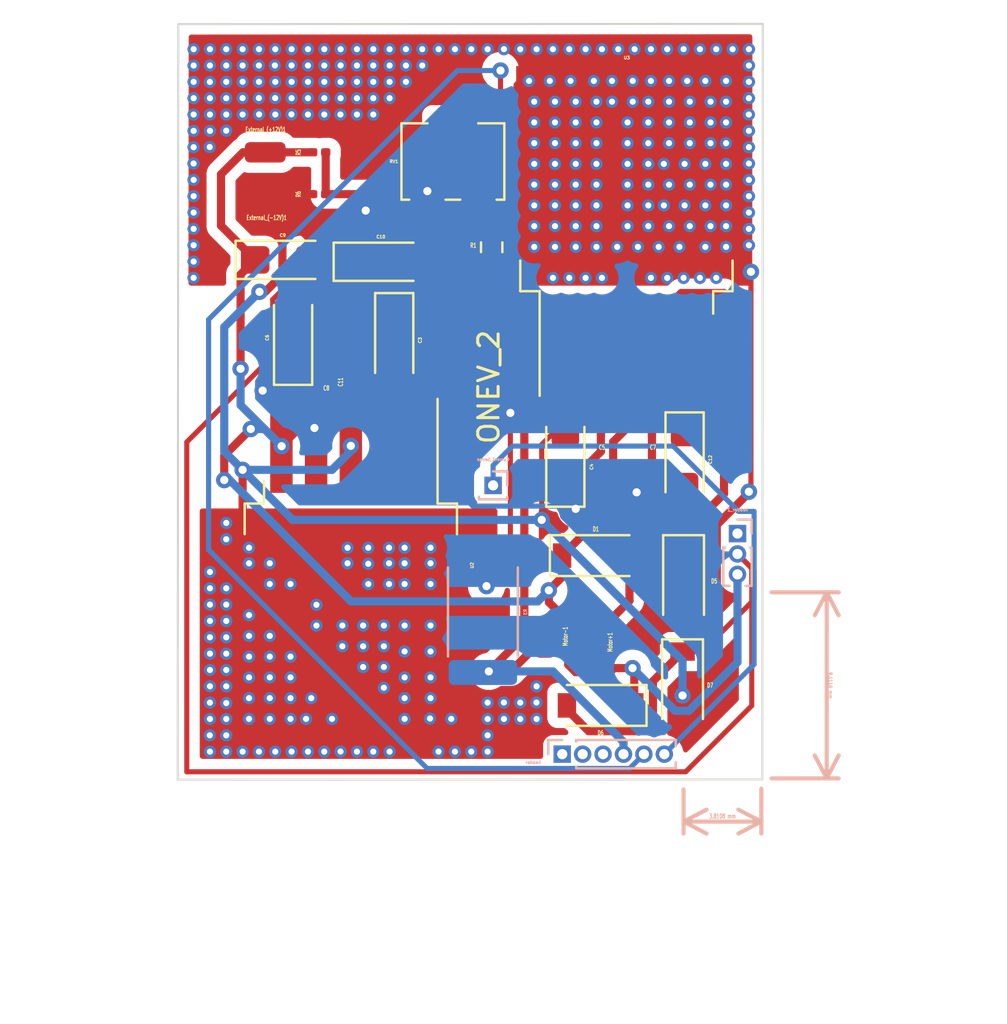
<source format=kicad_pcb>
(kicad_pcb (version 20211014) (generator pcbnew)
  (layers (0 "F.Cu" signal) (31 "B.Cu" signal) (34 "B.Paste" user) (35 "F.Paste" user) (36 "B.SilkS" user "B.Silkscreen") (37 "F.SilkS" user "F.Silkscreen") (38 "B.Mask" user) (39 "F.Mask" user) (44 "Edge.Cuts" user))
  (net 0 "")
  (net 1 "+V")
  (net 2 "-V")
  (net 3 "Torque_Mode")
  (net 4 "Net-(R1-Pad2)")
  (net 5 "Net-(R5-Pad2)")
  (net 6 "GND")
  (net 7 "Net-(Motor-1-Pad1)")
  (net 8 "Net-(D1-Pad2)")
  (net 9 "current_sense")
  (footprint "Capacitor_SMD:C_0201_0603Metric" (layer "F.Cu") (at 178.742 50.391 90)
    (fp_text reference "C8")
    (fp_text value "0.1uF")
  )
  (footprint "Capacitor_Tantalum_SMD:CP_EIA-3216-18_Kemet-A" (layer "F.Cu") (at 177.165 48.895 90)
    (fp_text reference "C6")
    (fp_text value "10uF")
  )
  (footprint "Capacitor_Tantalum_SMD:CP_EIA-3216-18_Kemet-A" (layer "F.Cu") (at 181.462 45.178)
    (fp_text reference "C10")
    (fp_text value "10uF")
  )
  (footprint "Potentiometer_SMD:Potentiometer_Bourns_3224W_Vertical" (layer "F.Cu") (at 184.992 40.268 180)
    (fp_text reference "RV1")
    (fp_text value "1k")
  )
  (footprint "Capacitor_SMD:C_0201_0603Metric" (layer "F.Cu") (at 194.742 53.268 -90)
    (fp_text reference "C7")
    (fp_text value "0.1uF")
  )
  (footprint "Resistor_SMD:R_0201_0603Metric" (layer "F.Cu") (at 178.442 41.868 180)
    (fp_text reference "R6")
    (fp_text value "100k")
  )
  (footprint "Package_TO_SOT_SMD:TO-263-5_TabPin6" (layer "F.Cu") (at 193.492 43.668 90)
    (fp_text reference "U3")
    (fp_text value "OPAMP")
  )
  (footprint "Connector_Wire:SolderWirePad_1x01_SMD_1x2mm" (layer "F.Cu") (at 191.8208 63.6016 180)
    (fp_text reference "Motor+1")
    (fp_text value "Conn_01x01")
  )
  (footprint "Capacitor_SMD:C_0201_0603Metric" (layer "F.Cu") (at 192.242 53.268 -90)
    (fp_text reference "C5")
    (fp_text value "0.1uF")
  )
  (footprint "Resistor_SMD:R_0201_0603Metric" (layer "F.Cu") (at 178.442 39.818)
    (fp_text reference "R5")
    (fp_text value "100k")
  )
  (footprint "Diode_SMD:D_SOD-123" (layer "F.Cu") (at 196.242 65.918 -90)
    (fp_text reference "D7")
    (fp_text value "D_Zener")
  )
  (footprint "Capacitor_Tantalum_SMD:CP_EIA-3216-18_Kemet-A" (layer "F.Cu") (at 176.657 45.085)
    (fp_text reference "C9")
    (fp_text value "10uF")
  )
  (footprint "Package_TO_SOT_SMD:TO-263-5_TabPin6" (layer "F.Cu") (at 179.992 59.968 -90)
    (fp_text reference "U2")
    (fp_text value "OPAMP")
  )
  (footprint "Capacitor_Tantalum_SMD:CP_EIA-3216-18_Kemet-A" (layer "F.Cu") (at 190.5 54.864 90)
    (fp_text reference "C4")
    (fp_text value "10uF")
  )
  (footprint "Capacitor_Tantalum_SMD:CP_EIA-3216-18_Kemet-A" (layer "F.Cu") (at 196.342 54.864 -90)
    (fp_text reference "C12")
    (fp_text value "10uF")
  )
  (footprint "Diode_SMD:D_SOD-123" (layer "F.Cu") (at 191.992 59.568)
    (fp_text reference "D1")
    (fp_text value "D_Schottky")
  )
  (footprint "Connector_Wire:SolderWirePad_1x01_SMD_1x2mm" (layer "F.Cu") (at 175.798 41.862 90)
    (fp_text reference "External_(-12V)1")
    (fp_text value "Conn_01x01")
  )
  (footprint "Connector_Wire:SolderWirePad_1x01_SMD_1x2mm" (layer "F.Cu") (at 175.798 39.818 90)
    (fp_text reference "External_(+12V)1")
    (fp_text value "Conn_01x01")
  )
  (footprint "Connector_Wire:SolderWirePad_1x01_SMD_1x2mm" (layer "F.Cu") (at 189.492 63.568 180)
    (fp_text reference "Motor-1")
    (fp_text value "Conn_01x01")
  )
  (footprint "Resistor_SMD:R_0603_1608Metric" (layer "F.Cu") (at 186.892 44.468 -90)
    (fp_text reference "R1")
    (fp_text value "49k")
  )
  (footprint "Capacitor_SMD:C_0201_0603Metric" (layer "F.Cu") (at 179.992 50.668 90)
    (fp_text reference "C11")
    (fp_text value "0.1uF")
  )
  (footprint "Diode_SMD:D_SOD-123" (layer "F.Cu") (at 196.292 60.818 -90)
    (fp_text reference "D5")
    (fp_text value "D_Schottky")
  )
  (footprint "Capacitor_Tantalum_SMD:CP_EIA-3216-18_Kemet-A" (layer "F.Cu") (at 182.118 49.022 -90)
    (fp_text reference "C3")
    (fp_text value "10uF")
  )
  (footprint "Diode_SMD:D_SOD-123" (layer "F.Cu") (at 192.2272 66.9036 180)
    (fp_text reference "D6")
    (fp_text value "D_Zener")
  )
  (footprint "Connector_PinHeader_1.00mm:PinHeader_1x03_P1.00mm_Vertical" (layer "B.Cu") (at 198.9328 58.4868 180)
    (fp_text reference "header_2")
    (fp_text value "PinHeader_1x03_P1.00mm_Vertical")
  )
  (footprint "Connector_PinHeader_1.00mm:PinHeader_1x01_P1.00mm_Vertical" (layer "B.Cu") (at 186.962 56.128 180)
    (fp_text reference "Current_Sense")
    (fp_text value "PinHeader_1x01_P1.00mm_Vertical")
  )
  (footprint "Connector_PinHeader_1.00mm:PinHeader_1x06_P1.00mm_Vertical" (layer "B.Cu") (at 190.3476 69.2912 -90)
    (fp_text reference "header")
    (fp_text value "PinHeader_1x06_P1.00mm_Vertical")
  )
  (footprint "Resistor_SMD:R_2512_6332Metric" (layer "B.Cu") (at 186.462 62.328 90)
    (fp_text reference "R3")
    (fp_text value "0.1")
  )
  (gr_line (start 200.152 70.528) (end 171.512 70.538) (layer "Edge.Cuts") (width 0.1))
  (gr_line (start 171.512 68.468) (end 171.542 33.543) (layer "Edge.Cuts") (width 0.1))
  (gr_line (start 171.512 70.538) (end 171.512 68.468) (layer "Edge.Cuts") (width 0.1))
  (gr_line (start 171.542 33.543) (end 200.172 33.528) (layer "Edge.Cuts") (width 0.1))
  (gr_line (start 200.172 33.528) (end 200.152 67.818) (layer "Edge.Cuts") (width 0.1))
  (gr_line (start 200.152 67.818) (end 200.152 70.528) (layer "Edge.Cuts") (width 0.1))
  (gr_text "ONEV_2" (at 186.752 51.308 90) (layer "F.SilkS") (effects (font (size 1 1))))
  (dimension (type aligned) (layer "B.SilkS") (pts (xy 200.102 70.478) (xy 200.1012 61.3664)) (height 3.200368) (gr_text "9.1116 mm" (at 203.489468 65.921903 -89.99496942) (layer "B.SilkS") (effects (font (size 0.15 0.15) (thickness 0.225)))) (format (units 3) (units_format 1) (precision 4)) (style (thickness 0.2) (arrow_length 1.27) (text_position_mode 0) (extension_height 0.58642) (extension_offset 0.5) keep_text_aligned))
  (dimension (type orthogonal) (layer "B.SilkS") (pts (xy 200.102 70.478) (xy 196.2912 70.5104)) (height 2.1152) (orientation 0) (gr_text "3.8108 mm" (at 198.1966 72.3307) (layer "B.SilkS") (effects (font (size 0.225 0.15) (thickness 0.15)))) (format (units 3) (units_format 1) (precision 4)) (style (thickness 0.2) (arrow_length 1.27) (text_position_mode 0) (extension_height 0.58642) (extension_offset 0.5) keep_text_aligned))
  (segment (start 192.8844 65.078) (end 193.792 65.078) (width 0.4) (layer "F.Cu") (net 1))
  (segment (start 190.342 59.568) (end 190.342 60.618) (width 0.4) (layer "F.Cu") (net 1))
  (segment (start 177.762 51.268) (end 178.185 51.268) (width 0.4) (layer "F.Cu") (net 1))
  (segment (start 193.8772 66.9036) (end 193.8772 65.1632) (width 0.4) (layer "F.Cu") (net 1))
  (segment (start 174.592 45.8) (end 175.307 45.085) (width 0.4) (layer "F.Cu") (net 1))
  (segment (start 177.165 50.245) (end 177.165 53.62) (width 0.4) (layer "F.Cu") (net 1))
  (segment (start 176.602 54.208) (end 176.602 54.203) (width 0.4) (layer "F.Cu") (net 1))
  (segment (start 191.008 65.278) (end 192.6844 65.278) (width 0.4) (layer "F.Cu") (net 1))
  (segment (start 189.692 61.849441) (end 190.64248 62.799921) (width 0.4) (layer "F.Cu") (net 1))
  (segment (start 174.592 50.418) (end 174.592 45.8) (width 0.4) (layer "F.Cu") (net 1))
  (segment (start 193.8772 65.1632) (end 193.792 65.078) (width 0.4) (layer "F.Cu") (net 1))
  (segment (start 177.165 50.671) (end 177.762 51.268) (width 0.4) (layer "F.Cu") (net 1))
  (segment (start 174.7104 39.818) (end 173.6344 40.894) (width 0.4) (layer "F.Cu") (net 1))
  (segment (start 192.842 57.068) (end 192.842 53.998) (width 0.4) (layer "F.Cu") (net 1))
  (segment (start 178.185 51.268) (end 178.742 50.711) (width 0.4) (layer "F.Cu") (net 1))
  (segment (start 190.64248 64.91248) (end 191.008 65.278) (width 0.4) (layer "F.Cu") (net 1))
  (segment (start 178.122 39.818) (end 175.798 39.818) (width 0.4) (layer "F.Cu") (net 1))
  (segment (start 192.842 53.998) (end 193.892 52.948) (width 0.4) (layer "F.Cu") (net 1))
  (segment (start 177.631 50.711) (end 177.165 50.245) (width 0.4) (layer "F.Cu") (net 1))
  (segment (start 194.742 52.948) (end 195.776 52.948) (width 0.4) (layer "F.Cu") (net 1))
  (segment (start 190.342 59.568) (end 192.842 57.068) (width 0.4) (layer "F.Cu") (net 1))
  (segment (start 190.64248 62.799921) (end 190.64248 64.91248) (width 0.4) (layer "F.Cu") (net 1))
  (segment (start 173.6344 43.4124) (end 175.307 45.085) (width 0.4) (layer "F.Cu") (net 1))
  (segment (start 196.892 52.964) (end 196.342 53.514) (width 0.4) (layer "F.Cu") (net 1))
  (segment (start 176.602 54.203) (end 176.592 54.193) (width 0.4) (layer "F.Cu") (net 1))
  (segment (start 192.6844 65.278) (end 192.8844 65.078) (width 0.4) (layer "F.Cu") (net 1))
  (segment (start 190.342 60.618) (end 189.692 61.268) (width 0.4) (layer "F.Cu") (net 1))
  (segment (start 195.776 52.948) (end 196.342 53.514) (width 0.4) (layer "F.Cu") (net 1))
  (segment (start 173.6344 40.894) (end 173.6344 43.4124) (width 0.4) (layer "F.Cu") (net 1))
  (segment (start 175.798 39.818) (end 174.7104 39.818) (width 0.4) (layer "F.Cu") (net 1))
  (segment (start 196.892 49.443) (end 196.892 52.964) (width 0.4) (layer "F.Cu") (net 1))
  (segment (start 177.165 53.62) (end 176.592 54.193) (width 0.4) (layer "F.Cu") (net 1))
  (segment (start 173.792 54.668) (end 175.092 53.368) (width 0.4) (layer "F.Cu") (net 1))
  (segment (start 189.692 61.268) (end 189.692 61.849441) (width 0.4) (layer "F.Cu") (net 1))
  (segment (start 173.792 55.868) (end 173.792 54.668) (width 0.4) (layer "F.Cu") (net 1))
  (segment (start 177.165 50.245) (end 177.165 50.671) (width 0.4) (layer "F.Cu") (net 1))
  (segment (start 193.892 52.948) (end 194.742 52.948) (width 0.4) (layer "F.Cu") (net 1))
  (via (at 174.592 50.418) (size 0.8) (drill 0.4) (layers "F.Cu" "B.Cu") (net 1))
  (via (at 176.602 54.208) (size 0.8) (drill 0.4) (layers "F.Cu" "B.Cu") (net 1))
  (via (at 173.792 55.868) (size 0.8) (drill 0.4) (layers "F.Cu" "B.Cu") (net 1))
  (via (at 193.792 65.078) (size 0.8) (drill 0.4) (layers "F.Cu" "B.Cu") (net 1))
  (via (at 175.092 53.368) (size 0.8) (drill 0.4) (layers "F.Cu" "B.Cu") (net 1))
  (via (at 189.692 61.268) (size 0.8) (drill 0.4) (layers "F.Cu" "B.Cu") (net 1))
  (segment (start 198.9328 64.78717) (end 198.9328 60.4868) (width 0.4) (layer "B.Cu") (net 1))
  (segment (start 174.06132 55.868) (end 180.004431 61.811111) (width 0.4) (layer "B.Cu") (net 1))
  (segment (start 175.092 53.368) (end 175.762 53.368) (width 0.4) (layer "B.Cu") (net 1))
  (segment (start 175.762 53.368) (end 176.602 54.208) (width 0.4) (layer "B.Cu") (net 1))
  (segment (start 174.592 50.418) (end 174.592 52.198) (width 0.4) (layer "B.Cu") (net 1))
  (segment (start 174.592 52.198) (end 176.602 54.208) (width 0.4) (layer "B.Cu") (net 1))
  (segment (start 195.881511 67.167511) (end 196.552459 67.167511) (width 0.4) (layer "B.Cu") (net 1))
  (segment (start 180.004431 61.811111) (end 189.148889 61.811111) (width 0.4) (layer "B.Cu") (net 1))
  (segment (start 193.792 65.078) (end 195.881511 67.167511) (width 0.4) (layer "B.Cu") (net 1))
  (segment (start 189.148889 61.811111) (end 189.692 61.268) (width 0.4) (layer "B.Cu") (net 1))
  (segment (start 196.552459 67.167511) (end 198.9328 64.78717) (width 0.4) (layer "B.Cu") (net 1))
  (segment (start 173.792 55.868) (end 174.06132 55.868) (width 0.4) (layer "B.Cu") (net 1))
  (segment (start 192.812 52.378) (end 193.222 52.378) (width 0.25) (layer "F.Cu") (net 2))
  (segment (start 191.502 52.898) (end 192.192 52.898) (width 0.25) (layer "F.Cu") (net 2))
  (segment (start 199.592 45.668) (end 198.867 45.668) (width 0.25) (layer "F.Cu") (net 2))
  (segment (start 179.992 62.968) (end 179.992 63.343) (width 0.4) (layer "F.Cu") (net 2))
  (segment (start 176.642 42.706) (end 175.798 41.862) (width 0.4) (layer "F.Cu") (net 2))
  (segment (start 196.4088 62.468) (end 197.9168 60.96) (width 0.4) (layer "F.Cu") (net 2))
  (segment (start 197.9168 60.96) (end 197.9168 58.0644) (width 0.4) (layer "F.Cu") (net 2))
  (segment (start 181.502 50.988) (end 182.118 50.372) (width 0.4) (layer "F.Cu") (net 2))
  (segment (start 176.642 45.807931) (end 176.642 42.706) (width 0.4) (layer "F.Cu") (net 2))
  (segment (start 178.122 41.868) (end 175.804 41.868) (width 0.4) (layer "F.Cu") (net 2))
  (segment (start 189.956 53.514) (end 189.342 54.128) (width 0.25) (layer "F.Cu") (net 2))
  (segment (start 196.242 67.568) (end 196.242 66.418) (width 0.4) (layer "F.Cu") (net 2))
  (segment (start 192.192 52.898) (end 192.242 52.948) (width 0.25) (layer "F.Cu") (net 2))
  (segment (start 175.798 41.862) (end 177.94648 44.01048) (width 0.4) (layer "F.Cu") (net 2))
  (segment (start 190.886 53.514) (end 191.502 52.898) (width 0.25) (layer "F.Cu") (net 2))
  (segment (start 193.492 40.293) (end 193.492 49.443) (width 0.4) (layer "F.Cu") (net 2))
  (segment (start 190.5 53.514) (end 189.945 53.514) (width 0.25) (layer "F.Cu") (net 2))
  (segment (start 177.94648 44.01048) (end 181.64448 44.01048) (width 0.4) (layer "F.Cu") (net 2))
  (segment (start 175.5175 46.649601) (end 175.80033 46.649601) (width 0.4) (layer "F.Cu") (net 2))
  (segment (start 192.242 52.948) (end 192.812 52.378) (width 0.25) (layer "F.Cu") (net 2))
  (segment (start 199.592 56.3384) (end 199.4916 56.4388) (width 0.25) (layer "F.Cu") (net 2))
  (segment (start 179.992 50.988) (end 179.992 54.193) (width 0.4) (layer "F.Cu") (net 2))
  (segment (start 193.222 52.378) (end 193.492 52.108) (width 0.25) (layer "F.Cu") (net 2))
  (segment (start 174.692 57.668) (end 179.992 62.968) (width 0.4) (layer "F.Cu") (net 2))
  (segment (start 190.5 53.514) (end 189.956 53.514) (width 0.25) (layer "F.Cu") (net 2))
  (segment (start 179.992 50.988) (end 181.502 50.988) (width 0.4) (layer "F.Cu") (net 2))
  (segment (start 174.692 55.368) (end 174.692 57.668) (width 0.4) (layer "F.Cu") (net 2))
  (segment (start 199.592 45.668) (end 199.592 56.3384) (width 0.25) (layer "F.Cu") (net 2))
  (segment (start 193.492 52.108) (end 193.492 49.443) (width 0.25) (layer "F.Cu") (net 2))
  (segment (start 181.64448 44.01048) (end 182.812 45.178) (width 0.4) (layer "F.Cu") (net 2))
  (segment (start 197.9168 58.0644) (end 199.4916 56.4896) (width 0.4) (layer "F.Cu") (net 2))
  (segment (start 189.342 54.128) (end 189.342 57.818) (width 0.25) (layer "F.Cu") (net 2))
  (segment (start 175.804 41.868) (end 175.798 41.862) (width 0.4) (layer "F.Cu") (net 2))
  (segment (start 199.4916 56.4896) (end 199.4916 56.4388) (width 0.4) (layer "F.Cu") (net 2))
  (segment (start 175.80033 46.649601) (end 176.642 45.807931) (width 0.4) (layer "F.Cu") (net 2))
  (segment (start 196.292 62.468) (end 196.4088 62.468) (width 0.4) (layer "F.Cu") (net 2))
  (segment (start 190.5 53.514) (end 190.886 53.514) (width 0.25) (layer "F.Cu") (net 2))
  (segment (start 198.867 45.668) (end 193.492 40.293) (width 0.25) (layer "F.Cu") (net 2))
  (via (at 173.092 35.568) (size 0.6) (drill 0.3) (layers "F.Cu" "B.Cu") (net 2))
  (via (at 175.006 62.484) (size 0.6) (drill 0.3) (layers "F.Cu" "B.Cu") (net 2))
  (via (at 192.786 36.322) (size 0.6) (drill 0.3) (layers "F.Cu" "B.Cu") (net 2))
  (via (at 189.992 41.402) (size 0.6) (drill 0.3) (layers "F.Cu" "B.Cu") (net 2))
  (via (at 189.892 45.968) (size 0.6) (drill 0.3) (layers "F.Cu" "B.Cu") (net 2))
  (via (at 196.088 44.45) (size 0.6) (drill 0.3) (layers "F.Cu" "B.Cu") (net 2))
  (via (at 173.092 65.168) (size 0.6) (drill 0.3) (layers "F.Cu" "B.Cu") (net 2))
  (via (at 178.692 69.168) (size 0.6) (drill 0.3) (layers "F.Cu" "B.Cu") (net 2))
  (via (at 192.292 34.768) (size 0.6) (drill 0.3) (layers "F.Cu" "B.Cu") (net 2))
  (via (at 183.492 34.768) (size 0.6) (drill 0.3) (layers "F.Cu" "B.Cu") (net 2))
  (via (at 181.864 60.96) (size 0.6) (drill 0.3) (layers "F.Cu" "B.Cu") (net 2))
  (via (at 199.492 38.768) (size 0.6) (drill 0.3) (layers "F.Cu" "B.Cu") (net 2))
  (via (at 187.492 67.568) (size 0.6) (drill 0.3) (layers "F.Cu" "B.Cu") (net 2))
  (via (at 175.5175 46.649601) (size 0.8) (drill 0.4) (layers "F.Cu" "B.Cu") (net 2))
  (via (at 197.358 44.45) (size 0.6) (drill 0.3) (layers "F.Cu" "B.Cu") (net 2))
  (via (at 197.612 39.37) (size 0.6) (drill 0.3) (layers "F.Cu" "B.Cu") (net 2))
  (via (at 185.892 34.768) (size 0.6) (drill 0.3) (layers "F.Cu" "B.Cu") (net 2))
  (via (at 185.892 69.168) (size 0.6) (drill 0.3) (layers "F.Cu" "B.Cu") (net 2))
  (via (at 196.342 42.418) (size 0.6) (drill 0.3) (layers "F.Cu" "B.Cu") (net 2))
  (via (at 189.992 43.434) (size 0.6) (drill 0.3) (layers "F.Cu" "B.Cu") (net 2))
  (via (at 185.092 69.168) (size 0.6) (drill 0.3) (layers "F.Cu" "B.Cu") (net 2))
  (via (at 181.864 59.182) (size 0.6) (drill 0.3) (layers "F.Cu" "B.Cu") (net 2))
  (via (at 195.326 42.418) (size 0.6) (drill 0.3) (layers "F.Cu" "B.Cu") (net 2))
  (via (at 179.832 59.182) (size 0.6) (drill 0.3) (layers "F.Cu" "B.Cu") (net 2))
  (via (at 180.594 64.008) (size 0.6) (drill 0.3) (layers "F.Cu" "B.Cu") (net 2))
  (via (at 189.992 40.386) (size 0.6) (drill 0.3) (layers "F.Cu" "B.Cu") (net 2))
  (via (at 195.58 38.354) (size 0.6) (drill 0.3) (layers "F.Cu" "B.Cu") (net 2))
  (via (at 177.892 36.368) (size 0.6) (drill 0.3) (layers "F.Cu" "B.Cu") (net 2))
  (via (at 195.58 36.322) (size 0.6) (drill 0.3) (layers "F.Cu" "B.Cu") (net 2))
  (via (at 178.054 66.548) (size 0.6) (drill 0.3) (layers "F.Cu" "B.Cu") (net 2))
  (via (at 186.692 34.768) (size 0.6) (drill 0.3) (layers "F.Cu" "B.Cu") (net 2))
  (via (at 183.896 59.944) (size 0.6) (drill 0.3) (layers "F.Cu" "B.Cu") (net 2))
  (via (at 189.092 67.568) (size 0.6) (drill 0.3) (layers "F.Cu" "B.Cu") (net 2))
  (via (at 172.292 36.368) (size 0.6) (drill 0.3) (layers "F.Cu" "B.Cu") (net 2))
  (via (at 181.864 59.944) (size 0.6) (drill 0.3) (layers "F.Cu" "B.Cu") (net 2))
  (via (at 198.374 39.37) (size 0.6) (drill 0.3) (layers "F.Cu" "B.Cu") (net 2))
  (via (at 173.892 57.968) (size 0.6) (drill 0.3) (layers "F.Cu" "B.Cu") (net 2))
  (via (at 175.006 65.532) (size 0.6) (drill 0.3) (layers "F.Cu" "B.Cu") (net 2))
  (via (at 194.564 43.434) (size 0.6) (drill 0.3) (layers "F.Cu" "B.Cu") (net 2))
  (via (at 196.292 34.768) (size 0.6) (drill 0.3) (layers "F.Cu" "B.Cu") (net 2))
  (via (at 174.692 34.768) (size 0.6) (drill 0.3) (layers "F.Cu" "B.Cu") (net 2))
  (via (at 177.083969 37.961077) (size 0.6) (drill 0.3) (layers "F.Cu" "B.Cu") (net 2))
  (via (at 182.692 35.568) (size 0.6) (drill 0.3) (layers "F.Cu" "B.Cu") (net 2))
  (via (at 195.58 39.37) (size 0.6) (drill 0.3) (layers "F.Cu" "B.Cu") (net 2))
  (via (at 172.292 39.568) (size 0.6) (drill 0.3) (layers "F.Cu" "B.Cu") (net 2))
  (via (at 173.892 37.968) (size 0.6) (drill 0.3) (layers "F.Cu" "B.Cu") (net 2))
  (via (at 174.688787 37.162683) (size 0.6) (drill 0.3) (layers "F.Cu" "B.Cu") (net 2))
  (via (at 179.492 37.168) (size 0.6) (drill 0.3) (layers "F.Cu" "B.Cu") (net 2))
  (via (at 176.022 60.96) (size 0.6) (drill 0.3) (layers "F.Cu" "B.Cu") (net 2))
  (via (at 188.976 38.354) (size 0.6) (drill 0.3) (layers "F.Cu" "B.Cu") (net 2))
  (via (at 197.612 43.434) (size 0.6) (drill 0.3) (layers "F.Cu" "B.Cu") (net 2))
  (via (at 173.092 61.968) (size 0.6) (drill 0.3) (layers "F.Cu" "B.Cu") (net 2))
  (via (at 181.892 69.168) (size 0.6) (drill 0.3) (layers "F.Cu" "B.Cu") (net 2))
  (via (at 188.976 44.45) (size 0.6) (drill 0.3) (layers "F.Cu" "B.Cu") (net 2))
  (via (at 192.024 40.386) (size 0.6) (drill 0.3) (layers "F.Cu" "B.Cu") (net 2))
  (via (at 192.024 42.418) (size 0.6) (drill 0.3) (layers "F.Cu" "B.Cu") (net 2))
  (via (at 196.596 39.37) (size 0.6) (drill 0.3) (layers "F.Cu" "B.Cu") (net 2))
  (via (at 172.292 44.368) (size 0.6) (drill 0.3) (layers "F.Cu" "B.Cu") (net 2))
  (via (at 197.358 40.386) (size 0.6) (drill 0.3) (layers "F.Cu" "B.Cu") (net 2))
  (via (at 173.891999 66.789876) (size 0.6) (drill 0.3) (layers "F.Cu" "B.Cu") (net 2))
  (via (at 173.892 37.168) (size 0.6) (drill 0.3) (layers "F.Cu" "B.Cu") (net 2))
  (via (at 191.897 36.322) (size 0.6) (drill 0.3) (layers "F.Cu" "B.Cu") (net 2))
  (via (at 194.691866 45.964521) (size 0.6) (drill 0.3) (layers "F.Cu" "B.Cu") (net 2))
  (via (at 181.092 35.568) (size 0.6) (drill 0.3) (layers "F.Cu" "B.Cu") (net 2))
  (via (at 179.07 67.564) (size 0.6) (drill 0.3) (layers "F.Cu" "B.Cu") (net 2))
  (via (at 197.612 41.402) (size 0.6) (drill 0.3) (layers "F.Cu" "B.Cu") (net 2))
  (via (at 192.292 45.968) (size 0.6) (drill 0.3) (layers "F.Cu" "B.Cu") (net 2))
  (via (at 176.285575 37.162683) (size 0.6) (drill 0.3) (layers "F.Cu" "B.Cu") (net 2))
  (via (at 173.892 34.768) (size 0.6) (drill 0.3) (layers "F.Cu" "B.Cu") (net 2))
  (via (at 177.092 69.168) (size 0.6) (drill 0.3) (layers "F.Cu" "B.Cu") (net 2))
  (via (at 199.492 41.168) (size 0.6) (drill 0.3) (layers "F.Cu" "B.Cu") (net 2))
  (via (at 188.976 40.386) (size 0.6) (drill 0.3) (layers "F.Cu" "B.Cu") (net 2))
  (via (at 199.492 35.568) (size 0.6) (drill 0.3) (layers "F.Cu" "B.Cu") (net 2))
  (via (at 182.626 64.262) (size 0.6) (drill 0.3) (layers "F.Cu" "B.Cu") (net 2))
  (via (at 179.486781 69.162781) (size 0.6) (drill 0.3) (layers "F.Cu" "B.Cu") (net 2))
  (via (at 182.626 59.944) (size 0.6) (drill 0.3) (layers "F.Cu" "B.Cu") (net 2))
  (via (at 189.342 57.818) (size 0.8) (drill 0.4) (layers "F.Cu" "B.Cu") (net 2))
  (via (at 187.492 34.768) (size 0.6) (drill 0.3) (layers "F.Cu" "B.Cu") (net 2))
  (via (at 177.038 65.532) (size 0.6) (drill 0.3) (layers "F.Cu" "B.Cu") (net 2))
  (via (at 180.292 37.968) (size 0.6) (drill 0.3) (layers "F.Cu" "B.Cu") (net 2))
  (via (at 189.892 34.768) (size 0.6) (drill 0.3) (layers "F.Cu" "B.Cu") (net 2))
  (via (at 173.892 68.368) (size 0.6) (drill 0.3) (layers "F.Cu" "B.Cu") (net 2))
  (via (at 196.596 43.434) (size 0.6) (drill 0.3) (layers "F.Cu" "B.Cu") (net 2))
  (via (at 183.896 64.262) (size 0.6) (drill 0.3) (layers "F.Cu" "B.Cu") (net 2))
  (via (at 198.374 40.386) (size 0.6) (drill 0.3) (layers "F.Cu" "B.Cu") (net 2))
  (via (at 184.288521 69.164521) (size 0.6) (drill 0.3) (layers "F.Cu" "B.Cu") (net 2))
  (via (at 196.242 66.418) (size 0.8) (drill 0.4) (layers "F.Cu" "B.Cu") (net 2))
  (via (at 180.292 34.768) (size 0.6) (drill 0.3) (layers "F.Cu" "B.Cu") (net 2))
  (via (at 192.024 44.45) (size 0.6) (drill 0.3) (layers "F.Cu" "B.Cu") (net 2))
  (via (at 183.896 59.182) (size 0.6) (drill 0.3) (layers "F.Cu" "B.Cu") (net 2))
  (via (at 193.548 38.354) (size 0.6) (drill 0.3) (layers "F.Cu" "B.Cu") (net 2))
  (via (at 182.626 60.96) (size 0.6) (drill 0.3) (layers "F.Cu" "B.Cu") (net 2))
  (via (at 188.292 34.768) (size 0.6) (drill 0.3) (layers "F.Cu" "B.Cu") (net 2))
  (via (at 173.092 69.168) (size 0.6) (drill 0.3) (layers "F.Cu" "B.Cu") (net 2))
  (via (at 196.292 45.968) (size 0.6) (drill 0.3) (layers "F.Cu" "B.Cu") (net 2))
  (via (at 172.292 43.568) (size 0.6) (drill 0.3) (layers "F.Cu" "B.Cu") (net 2))
  (via (at 199.492 37.168) (size 0.6) (drill 0.3) (layers "F.Cu" "B.Cu") (net 2))
  (via (at 193.548 43.434) (size 0.6) (drill 0.3) (layers "F.Cu" "B.Cu") (net 2))
  (via (at 173.080258 39.557864) (size 0.6) (drill 0.3) (layers "F.Cu" "B.Cu") (net 2))
  (via (at 181.092 69.168) (size 0.6) (drill 0.3) (layers "F.Cu" "B.Cu") (net 2))
  (via (at 173.892 65.968) (size 0.6) (drill 0.3) (layers "F.Cu" "B.Cu") (net 2))
  (via (at 194.056 44.45) (size 0.6) (drill 0.3) (layers "F.Cu" "B.Cu") (net 2))
  (via (at 184.292 34.768) (size 0.6) (drill 0.3) (layers "F.Cu" "B.Cu") (net 2))
  (via (at 174.690393 36.362781) (size 0.6) (drill 0.3) (layers "F.Cu" "B.Cu") (net 2))
  (via (at 174.692 55.368) (size 0.8) (drill 0.4) (layers "F.Cu" "B.Cu") (net 2))
  (via (at 174.692 35.568) (size 0.6) (drill 0.3) (layers "F.Cu" "B.Cu") (net 2))
  (via (at 182.626 65.532) (size 0.6) (drill 0.3) (layers "F.Cu" "B.Cu") (net 2))
  (via (at 175.006 59.944) (size 0.6) (drill 0.3) (layers "F.Cu" "B.Cu") (net 2))
  (via (at 176.022 67.564) (size 0.6) (drill 0.3) (layers "F.Cu" "B.Cu") (net 2))
  (via (at 183.870642 67.546787) (size 0.6) (drill 0.3) (layers "F.Cu" "B.Cu") (net 2))
  (via (at 173.892 61.968) (size 0.6) (drill 0.3) (layers "F.Cu" "B.Cu") (net 2))
  (via (at 189.738 36.322) (size 0.6) (drill 0.3) (layers "F.Cu" "B.Cu") (net 2))
  (via (at 173.892 35.568) (size 0.6) (drill 0.3) (layers "F.Cu" "B.Cu") (net 2))
  (via (at 199.492 42.768) (size 0.6) (drill 0.3) (layers "F.Cu" "B.Cu") (net 2))
  (via (at 175.492 69.168) (size 0.6) (drill 0.3) (layers "F.Cu" "B.Cu") (net 2))
  (via (at 178.692 37.968) (size 0.6) (drill 0.3) (layers "F.Cu" "B.Cu") (net 2))
  (via (at 178.692 35.568) (size 0.6) (drill 0.3) (layers "F.Cu" "B.Cu") (net 2))
  (via (at 195.58 41.402) (size 0.6) (drill 0.3) (layers "F.Cu" "B.Cu") (net 2))
  (via (at 193.548 40.386) (size 0.6) (drill 0.3) (layers "F.Cu" "B.Cu") (net 2))
  (via (at 179.491599 35.562781) (size 0.6) (drill 0.3) (layers "F.Cu" "B.Cu") (net 2))
  (via (at 191.492 34.768) (size 0.6) (drill 0.3) (layers "F.Cu" "B.Cu") (net 2))
  (via (at 176.022 63.5) (size 0.6) (drill 0.3) (layers "F.Cu" "B.Cu") (net 2))
  (via (at 188.976 43.434) (size 0.6) (drill 0.3) (layers "F.Cu" "B.Cu") (net 2))
  (via (at 189.092 65.968) (size 0.6) (drill 0.3) (layers "F.Cu" "B.Cu") (net 2))
  (via (at 196.469 36.322) (size 0.6) (drill 0.3) (layers "F.Cu" "B.Cu") (net 2))
  (via (at 177.038 66.548) (size 0.6) (drill 0.3) (layers "F.Cu" "B.Cu") (net 2))
  (via (at 175.006 67.564) (size 0.6) (drill 0.3) (layers "F.Cu" "B.Cu") (net 2))
  (via (at 190.692 45.968) (size 0.6) (drill 0.3) (layers "F.Cu" "B.Cu") (net 2))
  (via (at 193.548 39.37) (size 0.6) (drill 0.3) (layers "F.Cu" "B.Cu") (net 2))
  (via (at 191.492 45.968) (size 0.6) (drill 0.3) (layers "F.Cu" "B.Cu") (net 2))
  (via (at 192.786 37.338) (size 0.6) (drill 0.3) (layers "F.Cu" "B.Cu") (net 2))
  (via (at 173.892 65.168) (size 0.6) (drill 0.3) (layers "F.Cu" "B.Cu") (net 2))
  (via (at 183.896 62.992) (size 0.6) (drill 0.3) (layers "F.Cu" "B.Cu") (net 2))
  (via (at 198.692 34.768) (size 0.6) (drill 0.3) (layers "F.Cu" "B.Cu") (net 2))
  (via (at 172.288521 40.367999) (size 0.6) (drill 0.3) (layers "F.Cu" "B.Cu") (net 2))
  (via (at 194.564 39.37) (size 0.6) (drill 0.3) (layers "F.Cu" "B.Cu") (net 2))
  (via (at 175.488654 35.567999) (size 0.6) (drill 0.3) (layers "F.Cu" "B.Cu") (net 2))
  (via (at 191.008 39.37) (size 0.6) (drill 0.3) (layers "F.Cu" "B.Cu") (net 2))
  (via (at 194.564 37.338) (size 0.6) (drill 0.3) (layers "F.Cu" "B.Cu") (net 2))
  (via (at 192.024 41.402) (size 0.6) (drill 0.3) (layers "F.Cu" "B.Cu") (net 2))
  (via (at 183.896 66.548) (size 0.6) (drill 0.3) (layers "F.Cu" "B.Cu") (net 2))
  (via (at 180.848 60.96) (size 0.6) (drill 0.3) (layers "F.Cu" "B.Cu") (net 2))
  (via (at 199.492 43.568) (size 0.6) (drill 0.3) (layers "F.Cu" "B.Cu") (net 2))
  (via (at 181.61 66.04) (size 0.6) (drill 0.3) (layers "F.Cu" "B.Cu") (net 2))
  (via (at 173.092 65.968) (size 0.6) (drill 0.3) (layers "F.Cu" "B.Cu") (net 2))
  (via (at 176.270726 35.562781) (size 0.6) (drill 0.3) (layers "F.Cu" "B.Cu") (net 2))
  (via (at 195.58 37.338) (size 0.6) (drill 0.3) (layers "F.Cu" "B.Cu") (net 2))
  (via (at 177.092 37.168) (size 0.6) (drill 0.3) (layers "F.Cu" "B.Cu") (net 2))
  (via (at 188.292 67.568) (size 0.6) (drill 0.3) (layers "F.Cu" "B.Cu") (net 2))
  (via (at 180.848 59.968) (size 0.6) (drill 0.3) (layers "F.Cu" "B.Cu") (net 2))
  (via (at 182.626 66.548) (size 0.6) (drill 0.3) (layers "F.Cu" "B.Cu") (net 2))
  (via (at 193.548 41.402) (size 0.6) (drill 0.3) (layers "F.Cu" "B.Cu") (net 2))
  (via (at 184.912 67.564) (size 0.6) (drill 0.3) (layers "F.Cu" "B.Cu") (net 2))
  (via (at 181.61 62.992) (size 0.6) (drill 0.3) (layers "F.Cu" "B.Cu") (net 2))
  (via (at 189.085575 66.761778) (size 0.6) (drill 0.3) (layers "F.Cu" "B.Cu") (net 2))
  (via (at 197.892 45.968) (size 0.6) (drill 0.3) (layers "F.Cu" "B.Cu") (net 2))
  (via (at 186.692 67.568) (size 0.6) (drill 0.3) (layers "F.Cu" "B.Cu") (net 2))
  (via (at 189.992 42.418) (size 0.6) (drill 0.3) (layers "F.Cu" "B.Cu") (net 2))
  (via (at 177.892 37.968) (size 0.6) (drill 0.3) (layers "F.Cu" "B.Cu") (net 2))
  (via (at 179.578 62.992) (size 0.6) (drill 0.3) (layers "F.Cu" "B.Cu") (net 2))
  (via (at 177.892 37.168) (size 0.6) (drill 0.3) (layers "F.Cu" "B.Cu") (net 2))
  (via (at 177.038 60.96) (size 0.6) (drill 0.3) (layers "F.Cu" "B.Cu") (net 2))
  (via (at 186.692 69.168) (size 0.6) (drill 0.3) (layers "F.Cu" "B.Cu") (net 2))
  (via (at 193.548 42.418) (size 0.6) (drill 0.3) (layers "F.Cu" "B.Cu") (net 2))
  (via (at 179.578 64.008) (size 0.6) (drill 0.3) (layers "F.Cu" "B.Cu") (net 2))
  (via (at 181.892 34.768) (size 0.6) (drill 0.3) (layers "F.Cu" "B.Cu") (net 2))
  (via (at 173.084172 68.366393) (size 0.6) (drill 0.3) (layers "F.Cu" "B.Cu") (net 2))
  (via (at 186.692 66.768) (size 0.6) (drill 0.3) (layers "F.Cu" "B.Cu") (net 2))
  (via (at 177.089993 35.562781) (size 0.6) (drill 0.3) (layers "F.Cu" "B.Cu") (net 2))
  (via (at 181.61 64.008) (size 0.6) (drill 0.3) (layers "F.Cu" "B.Cu") (net 2))
  (via (at 173.092 34.768) (size 0.6) (drill 0.3) (layers "F.Cu" "B.Cu") (net 2))
  (via (at 177.038 67.564) (size 0.6) (drill 0.3) (layers "F.Cu" "B.Cu") (net 2))
  (via (at 180.594 62.992) (size 0.6) (drill 0.3) (layers "F.Cu" "B.Cu") (net 2))
  (via (at 173.890393 58.766393) (size 0.6) (drill 0.3) (layers "F.Cu" "B.Cu") (net 2))
  (via (at 191.008 37.338) (size 0.6) (drill 0.3) (layers "F.Cu" "B.Cu") (net 2))
  (via (at 189.992 44.45) (size 0.6) (drill 0.3) (layers "F.Cu" "B.Cu") (net 2))
  (via (at 181.892 36.368) (size 0.6) (drill 0.3) (layers "F.Cu" "B.Cu") (net 2))
  (via (at 198.374 42.418) (size 0.6) (drill 0.3) (layers "F.Cu" "B.Cu") (net 2))
  (via (at 198.374 38.354) (size 0.6) (drill 0.3) (layers "F.Cu" "B.Cu") (net 2))
  (via (at 199.492 40.368) (size 0.6) (drill 0.3) (layers "F.Cu" "B.Cu") (net 2))
  (via (at 196.596 38.354) (size 0.6) (drill 0.3) (layers "F.Cu" "B.Cu") (net 2))
  (via (at 188.976 37.338) (size 0.6) (drill 0.3) (layers "F.Cu" "B.Cu") (net 2))
  (via (at 179.484172 37.967999) (size 0.6) (drill 0.3) (layers "F.Cu" "B.Cu") (net 2))
  (via (at 173.092 64.368) (size 0.6) (drill 0.3) (layers "F.Cu" "B.Cu") (net 2))
  (via (at 172.292 34.768) (size 0.6) (drill 0.3) (layers "F.Cu" "B.Cu") (net 2))
  (via (at 176.292 69.168) (size 0.6) (drill 0.3) (layers "F.Cu" "B.Cu") (net 2))
  (via (at 173.892 36.368) (size 0.6) (drill 0.3) (layers "F.Cu" "B.Cu") (net 2))
  (via (at 198.374 37.338) (size 0.6) (drill 0.3) (layers "F.Cu" "B.Cu") (net 2))
  (via (at 173.092 60.368) (size 0.6) (drill 0.3) (layers "F.Cu" "B.Cu") (net 2))
  (via (at 180.292 36.368) (size 0.6) (drill 0.3) (layers "F.Cu" "B.Cu") (net 2))
  (via (at 199.492 44.368) (size 0.6) (drill 0.3) (layers "F.Cu" "B.Cu") (net 2))
  (via (at 181.092 34.768) (size 0.6) (drill 0.3) (layers "F.Cu" "B.Cu") (net 2))
  (via (at 176.022 64.516) (size 0.6) (drill 0.3) (layers "F.Cu" "B.Cu") (net 2))
  (via (at 193.802 37.338) (size 0.6) (drill 0.3) (layers "F.Cu" "B.Cu") (net 2))
  (via (at 173.092 66.768) (size 0.6) (drill 0.3) (layers "F.Cu" "B.Cu") (net 2))
  (via (at 182.626 62.992) (size 0.6) (drill 0.3) (layers "F.Cu" "B.Cu") (net 2))
  (via (at 189.092 34.768) (size 0.6) (drill 0.3) (layers "F.Cu" "B.Cu") (net 2))
  (via (at 175.006 59.182) (size 0.6) (drill 0.3) (layers "F.Cu" "B.Cu") (net 2))
  (via (at 173.892 64.368) (size 0.6) (drill 0.3) (layers "F.Cu" "B.Cu") (net 2))
  (via (at 173.890393 38.759471) (size 0.6) (drill 0.3) (layers "F.Cu" "B.Cu") (net 2))
  (via (at 182.626 59.182) (size 0.6) (drill 0.3) (layers "F.Cu" "B.Cu") (net 2))
  (via (at 194.564 40.386) (size 0.6) (drill 0.3) (layers "F.Cu" "B.Cu") (net 2))
  (via (at 181.892 37.168) (size 0.6) (drill 0.3) (layers "F.Cu" "B.Cu") (net 2))
  (via (at 178.692 37.168) (size 0.6) (drill 0.3) (layers "F.Cu" "B.Cu") (net 2))
  (via (at 197.358 42.418) (size 0.6) (drill 0.3) (layers "F.Cu" "B.Cu") (net 2))
  (via (at 180.292 37.168) (size 0.6) (drill 0.3) (layers "F.Cu" "B.Cu") (net 2))
  (via (at 173.092 37.968) (size 0.6) (drill 0.3) (layers "F.Cu" "B.Cu") (net 2))
  (via (at 175.487181 37.162683) (size 0.6) (drill 0.3) (layers "F.Cu" "B.Cu") (net 2))
  (via (at 178.308 62.992) (size 0.6) (drill 0.3) (layers "F.Cu" "B.Cu") (net 2))
  (via (at 199.492 39.568) (size 0.6) (drill 0.3) (layers "F.Cu" "B.Cu") (net 2))
  (via (at 189.992 38.354) (size 0.6) (drill 0.3) (layers "F.Cu" "B.Cu") (net 2))
  (via (at 178.692 34.768) (size 0.6) (drill 0.3) (layers "F.Cu" "B.Cu") (net 2))
  (via (at 192.024 39.37) (size 0.6) (drill 0.3) (layers "F.Cu" "B.Cu") (net 2))
  (via (at 174.692 37.968) (size 0.6) (drill 0.3) (layers "F.Cu" "B.Cu") (net 2))
  (via (at 181.092 36.368) (size 0.6) (drill 0.3) (layers "F.Cu" "B.Cu") (net 2))
  (via (at 173.088521 36.371612) (size 0.6) (drill 0.3) (layers "F.Cu" "B.Cu") (net 2))
  (via (at 176.022 65.532) (size 0.6) (drill 0.3) (layers "F.Cu" "B.Cu") (net 2))
  (via (at 183.896 60.96) (size 0.6) (drill 0.3) (layers "F.Cu" "B.Cu") (net 2))
  (via (at 172.292 35.568) (size 0.6) (drill 0.3) (layers "F.Cu" "B.Cu") (net 2))
  (via (at 177.892 34.768) (size 0.6) (drill 0.3) (layers "F.Cu" "B.Cu") (net 2))
  (via (at 194.564 38.354) (size 0.6) (drill 0.3) (layers "F.Cu" "B.Cu") (net 2))
  (via (at 176.022 66.548) (size 0.6) (drill 0.3) (layers "F.Cu" "B.Cu") (net 2))
  (via (at 175.492 34.768) (size 0.6) (drill 0.3) (layers "F.Cu" "B.Cu") (net 2))
  (via (at 175.006 63.5) (size 0.6) (drill 0.3) (layers "F.Cu" "B.Cu") (net 2))
  (via (at 198.374 36.322) (size 0.6) (drill 0.3) (layers "F.Cu" "B.Cu") (net 2))
  (via (at 181.61 65.024) (size 0.6) (drill 0.3) (layers "F.Cu" "B.Cu") (net 2))
  (via (at 180.848 59.182) (size 0.6) (drill 0.3) (layers "F.Cu" "B.Cu") (net 2))
  (via (at 181.092 37.968) (size 0.6) (drill 0.3) (layers "F.Cu" "B.Cu") (net 2))
  (via (at 176.292 37.968) (size 0.6) (drill 0.3) (layers "F.Cu" "B.Cu") (net 2))
  (via (at 188.292 66.768) (size 0.6) (drill 0.3) (layers "F.Cu" "B.Cu") (net 2))
  (via (at 173.092 67.568) (size 0.6) (drill 0.3) (layers "F.Cu" "B.Cu") (net 2))
  (via (at 173.092 63.568) (size 0.6) (drill 0.3) (layers "F.Cu" "B.Cu") (net 2))
  (via (at 172.28968 45.96568) (size 0.6) (drill 0.3) (layers "F.Cu" "B.Cu") (net 2))
  (via (at 173.092 37.168) (size 0.6) (drill 0.3) (layers "F.Cu" "B.Cu") (net 2))
  (via (at 191.008 43.434) (size 0.6) (drill 0.3) (layers "F.Cu" "B.Cu") (net 2))
  (via (at 199.492 41.968) (size 0.6) (drill 0.3) (layers "F.Cu" "B.Cu") (net 2))
  (via (at 187.488787 66.761778) (size 0.6) (drill 0.3) (layers "F.Cu" "B.Cu") (net 2))
  (via (at 186.692 68.368) (size 0.6) (drill 0.3) (layers "F.Cu" "B.Cu") (net 2))
  (via (at 172.292 41.968) (size 0.6) (drill 0.3) (layers "F.Cu" "B.Cu") (net 2))
  (via (at 173.092 38.768) (size 0.6) (drill 0.3) (layers "F.Cu" "B.Cu") (net 2))
  (via (at 191.008 41.402) (size 0.6) (drill 0.3) (layers "F.Cu" "B.Cu") (net 2))
  (via (at 190.692 34.768) (size 0.6) (drill 0.3) (layers "F.Cu" "B.Cu") (net 2))
  (via (at 173.092 62.768) (size 0.6) (drill 0.3) (layers "F.Cu" "B.Cu") (net 2))
  (via (at 172.292 37.168) (size 0.6) (drill 0.3) (layers "F.Cu" "B.Cu") (net 2))
  (via (at 179.492 36.368) (size 0.6) (drill 0.3) (layers "F.Cu" "B.Cu") (net 2))
  (via (at 182.692 34.768) (size 0.6) (drill 0.3) (layers "F.Cu" "B.Cu") (net 2))
  (via (at 190.754 36.322) (size 0.6) (drill 0.3) (layers "F.Cu" "B.Cu") (net 2))
  (via (at 175.492 36.368) (size 0.6) (drill 0.3) (layers "F.Cu" "B.Cu") (net 2))
  (via (at 176.292 34.768) (size 0.6) (drill 0.3) (layers "F.Cu" "B.Cu") (net 2))
  (via (at 172.292 38.768) (size 0.6) (drill 0.3) (layers "F.Cu" "B.Cu") (net 2))
  (via (at 183.896 65.532) (size 0.6) (drill 0.3) (layers "F.Cu" "B.Cu") (net 2))
  (via (at 196.596 41.402) (size 0.6) (drill 0.3) (layers "F.Cu" "B.Cu") (net 2))
  (via (at 175.006 64.516) (size 0.6) (drill 0.3) (layers "F.Cu" "B.Cu") (net 2))
  (via (at 178.308 61.976) (size 0.6) (drill 0.3) (layers "F.Cu" "B.Cu") (net 2))
  (via (at 199.492 34.768) (size 0.6) (drill 0.3) (layers "F.Cu" "B.Cu") (net 2))
  (via (at 194.691 36.322) (size 0.6) (drill 0.3) (layers "F.Cu" "B.Cu") (net 2))
  (via (at 177.892 35.568) (size 0.6) (drill 0.3) (layers "F.Cu" "B.Cu") (net 2))
  (via (at 179.492 34.768) (size 0.6) (drill 0.3) (layers "F.Cu" "B.Cu") (net 2))
  (via (at 197.612 37.338) (size 0.6) (drill 0.3) (layers "F.Cu" "B.Cu") (net 2))
  (via (at 191.008 44.45) (size 0.6) (drill 0.3) (layers "F.Cu" "B.Cu") (net 2))
  (via (at 183.492 35.568) (size 0.6) (drill 0.3) (layers "F.Cu" "B.Cu") (net 2))
  (via (at 192.024 37.338) (size 0.6) (drill 0.3) (layers "F.Cu" "B.Cu") (net 2))
  (via (at 199.488521 37.967999) (size 0.6) (drill 0.3) (layers "F.Cu" "B.Cu") (net 2))
  (via (at 199.492 36.368) (size 0.6) (drill 0.3) (layers "F.Cu" "B.Cu") (net 2))
  (via (at 197.092 45.968) (size 0.6) (drill 0.3) (layers "F.Cu" "B.Cu") (net 2))
  (via (at 195.072 44.45) (size 0.6) (drill 0.3) (layers "F.Cu" "B.Cu") (net 2))
  (via (at 198.374 41.402) (size 0.6) (drill 0.3) (layers "F.Cu" "B.Cu") (net 2))
  (via (at 177.092 34.768) (size 0.6) (drill 0.3) (layers "F.Cu" "B.Cu") (net 2))
  (via (at 180.292 35.568) (size 0.6) (drill 0.3) (layers "F.Cu" "B.Cu") (net 2))
  (via (at 196.342 40.386) (size 0.6) (drill 0.3) (layers "F.Cu" "B.Cu") (net 2))
  (via (at 188.976 42.418) (size 0.6) (drill 0.3) (layers "F.Cu" "B.Cu") (net 2))
  (via (at 181.892 35.568) (size 0.6) (drill 0.3) (layers "F.Cu" "B.Cu") (net 2))
  (via (at 174.692 69.168) (size 0.6) (drill 0.3) (layers "F.Cu" "B.Cu") (net 2))
  (via (at 193.04 44.45) (size 0.6) (drill 0.3) (layers "F.Cu" "B.Cu") (net 2))
  (via (at 193.892 34.768) (size 0.6) (drill 0.3) (layers "F.Cu" "B.Cu") (net 2))
  (via (at 180.292 69.168) (size 0.6) (drill 0.3) (layers "F.Cu" "B.Cu") (net 2))
  (via (at 177.092 36.368) (size 0.6) (drill 0.3) (layers "F.Cu" "B.Cu") (net 2))
  (via (at 191.008 38.354) (size 0.6) (drill 0.3) (layers "F.Cu" "B.Cu") (net 2))
  (via (at 188.722 36.322) (size 0.6) (drill 0.3) (layers "F.Cu" "B.Cu") (net 2))
  (via (at 197.892 34.768) (size 0.6) (drill 0.3) (layers "F.Cu" "B.Cu") (net 2))
  (via (at 193.802 36.322) (size 0.6) (drill 0.3) (layers "F.Cu" "B.Cu") (net 2))
  (via (at 185.092 34.768) (size 0.6) (drill 0.3) (layers "F.Cu" "B.Cu") (net 2))
  (via (at 199.4916 56.4388) (size 0.8) (drill 0.4) (layers "F.Cu" "B.Cu") (net 2))
  (via (at 172.292 45.168) (size 0.6) (drill 0.3) (layers "F.Cu" "B.Cu") (net 2))
  (via (at 191.008 42.418) (size 0.6) (drill 0.3) (layers "F.Cu" "B.Cu") (net 2))
  (via (at 176.022 59.944) (size 0.6) (drill 0.3) (layers "F.Cu" "B.Cu") (net 2))
  (via (at 173.092 61.168) (size 0.6) (drill 0.3) (layers "F.Cu" "B.Cu") (net 2))
  (via (at 177.892 69.168) (size 0.6) (drill 0.3) (layers "F.Cu" "B.Cu") (net 2))
  (via (at 198.374 44.45) (size 0.6) (drill 0.3) (layers "F.Cu" "B.Cu") (net 2))
  (via (at 172.292 41.168) (size 0.6) (drill 0.3) (layers "F.Cu" "B.Cu") (net 2))
  (via (at 175.498922 37.961077) (size 0.6) (drill 0.3) (layers "F.Cu" "B.Cu") (net 2))
  (via (at 193.092 34.768) (size 0.6) (drill 0.3) (layers "F.Cu" "B.Cu") (net 2))
  (via (at 182.626 67.564) (size 0.6) (drill 0.3) (layers "F.Cu" "B.Cu") (net 2))
  (via (at 199.592 45.668) (size 0.8) (drill 0.4) (layers "F.Cu" "B.Cu") (net 2))
  (via (at 195.326 40.386) (size 0.6) (drill 0.3) (layers "F.Cu" "B.Cu") (net 2))
  (via (at 188.976 41.402) (size 0.6) (drill 0.3) (layers "F.Cu" "B.Cu") (net 2))
  (via (at 172.292 42.768) (size 0.6) (drill 0.3) (layers "F.Cu" "B.Cu") (net 2))
  (via (at 173.892 69.168) (size 0.6) (drill 0.3) (layers "F.Cu" "B.Cu") (net 2))
  (via (at 178.692 36.368) (size 0.6) (drill 0.3) (layers "F.Cu" "B.Cu") (net 2))
  (via (at 177.8 67.564) (size 0.6) (drill 0.3) (layers "F.Cu" "B.Cu") (net 2))
  (via (at 198.374 43.434) (size 0.6) (drill 0.3) (layers "F.Cu" "B.Cu") (net 2))
  (via (at 173.892 67.568) (size 0.6) (drill 0.3) (layers "F.Cu" "B.Cu") (net 2))
  (via (at 182.692 36.368) (size 0.6) (drill 0.3) (layers "F.Cu" "B.Cu") (net 2))
  (via (at 188.976 39.37) (size 0.6) (drill 0.3) (layers "F.Cu" "B.Cu") (net 2))
  (via (at 180.594 65.024) (size 0.6) (drill 0.3) (layers "F.Cu" "B.Cu") (net 2))
  (via (at 192.024 43.434) (size 0.6) (drill 0.3) (layers "F.Cu" "B.Cu") (net 2))
  (via (at 181.092 37.168) (size 0.6) (drill 0.3) (layers "F.Cu" "B.Cu") (net 2))
  (via (at 173.892 62.768) (size 0.6) (drill 0.3) (layers "F.Cu" "B.Cu") (net 2))
  (via (at 197.612 38.354) (size 0.6) (drill 0.3) (layers "F.Cu" "B.Cu") (net 2))
  (via (at 195.58 43.434) (size 0.6) (drill 0.3) (layers "F.Cu" "B.Cu") (net 2))
  (via (at 195.492 45.968) (size 0.6) (drill 0.3) (layers "F.Cu" "B.Cu") (net 2))
  (via (at 192.024 38.354) (size 0.6) (drill 0.3) (layers "F.Cu" "B.Cu") (net 2))
  (via (at 191.008 40.386) (size 0.6) (drill 0.3) (layers "F.Cu" "B.Cu") (net 2))
  (via (at 189.992 37.338) (size 0.6) (drill 0.3) (layers "F.Cu" "B.Cu") (net 2))
  (via (at 194.692 34.768) (size 0.6) (drill 0.3) (layers "F.Cu" "B.Cu") (net 2))
  (via (at 179.992 54.193) (size 0.8) (drill 0.4) (layers "F.Cu" "B.Cu") (net 2))
  (via (at 195.492 34.768) (size 0.6) (drill 0.3) (layers "F.Cu" "B.Cu") (net 2))
  (via (at 173.892 61.168) (size 0.6) (drill 0.3) (layers "F.Cu" "B.Cu") (net 2))
  (via (at 175.006 66.548) (size 0.6) (drill 0.3) (layers "F.Cu" "B.Cu") (net 2))
  (via (at 194.564 41.402) (size 0.6) (drill 0.3) (layers "F.Cu" "B.Cu") (net 2))
  (via (at 177.038 64.516) (size 0.6) (drill 0.3) (layers "F.Cu" "B.Cu") (net 2))
  (via (at 172.292 37.968) (size 0.6) (drill 0.3) (layers "F.Cu" "B.Cu") (net 2))
  (via (at 197.358 36.322) (size 0.6) (drill 0.3) (layers "F.Cu" "B.Cu") (net 2))
  (via (at 194.564 42.418) (size 0.6) (drill 0.3) (layers "F.Cu" "B.Cu") (net 2))
  (via (at 189.992 39.37) (size 0.6) (drill 0.3) (layers "F.Cu" "B.Cu") (net 2))
  (via (at 176.292 36.368) (size 0.6) (drill 0.3) (layers "F.Cu" "B.Cu") (net 2))
  (via (at 196.596 37.338) (size 0.6) (drill 0.3) (layers "F.Cu" "B.Cu") (net 2))
  (via (at 173.892 63.568) (size 0.6) (drill 0.3) (layers "F.Cu" "B.Cu") (net 2))
  (via (at 197.092 34.768) (size 0.6) (drill 0.3) (layers "F.Cu" "B.Cu") (net 2))
  (via (at 179.832 59.944) (size 0.6) (drill 0.3) (layers "F.Cu" "B.Cu") (net 2))
  (segment (start 173.792489 48.374612) (end 173.792489 54.468489) (width 0.4) (layer "B.Cu") (net 2))
  (segment (start 196.242 64.718) (end 189.342 57.818) (width 0.4) (layer "B.Cu") (net 2))
  (segment (start 177.142 57.818) (end 174.692 55.368) (width 0.4) (layer "B.Cu") (net 2))
  (segment (start 179.992 54.193) (end 179.992 54.44868) (width 0.4) (layer "B.Cu") (net 2))
  (segment (start 175.5175 46.649601) (end 173.792489 48.374612) (width 0.4) (layer "B.Cu") (net 2))
  (segment (start 189.342 57.818) (end 177.142 57.818) (width 0.4) (layer "B.Cu") (net 2))
  (segment (start 173.792489 54.468489) (end 174.692 55.368) (width 0.4) (layer "B.Cu") (net 2))
  (segment (start 179.992 54.44868) (end 179.07268 55.368) (width 0.4) (layer "B.Cu") (net 2))
  (segment (start 179.07268 55.368) (end 174.692 55.368) (width 0.4) (layer "B.Cu") (net 2))
  (segment (start 196.242 66.418) (end 196.242 64.718) (width 0.4) (layer "B.Cu") (net 2))
  (segment (start 187.325 43.21) (end 187.325 35.814) (width 0.25) (layer "F.Cu") (net 3))
  (segment (start 186.892 43.643) (end 187.325 43.21) (width 0.25) (layer "F.Cu") (net 3))
  (via (at 187.325 35.814) (size 0.8) (drill 0.4) (layers "F.Cu" "B.Cu") (net 3))
  (segment (start 185.2168 35.814) (end 187.325 35.814) (width 0.25) (layer "B.Cu") (net 3))
  (segment (start 183.731911 69.990711) (end 173.0248 59.2836) (width 0.25) (layer "B.Cu") (net 3))
  (segment (start 194.3476 69.2912) (end 193.648089 69.990711) (width 0.25) (layer "B.Cu") (net 3))
  (segment (start 193.648089 69.990711) (end 183.731911 69.990711) (width 0.25) (layer "B.Cu") (net 3))
  (segment (start 173.0248 48.006) (end 185.2168 35.814) (width 0.25) (layer "B.Cu") (net 3))
  (segment (start 173.0248 59.2836) (end 173.0248 48.006) (width 0.25) (layer "B.Cu") (net 3))
  (segment (start 189.682 49.443) (end 189.682 48.083) (width 0.25) (layer "F.Cu") (net 4))
  (segment (start 186.892 45.293) (end 186.09248 44.49348) (width 0.25) (layer "F.Cu") (net 4))
  (segment (start 186.09248 44.49348) (end 186.09248 41.86752) (width 0.25) (layer "F.Cu") (net 4))
  (segment (start 189.682 48.083) (end 186.892 45.293) (width 0.25) (layer "F.Cu") (net 4))
  (segment (start 186.09248 41.86752) (end 186.242 41.718) (width 0.25) (layer "F.Cu") (net 4))
  (segment (start 183.0832 43.434) (end 184.15 43.434) (width 0.4) (layer "F.Cu") (net 5))
  (segment (start 184.15 43.434) (end 184.912 44.196) (width 0.4) (layer "F.Cu") (net 5))
  (segment (start 178.762 39.818) (end 178.762 41.868) (width 0.4) (layer "F.Cu") (net 5))
  (segment (start 184.912 52.673) (end 183.392 54.193) (width 0.4) (layer "F.Cu") (net 5))
  (segment (start 178.762 41.868) (end 181.5172 41.868) (width 0.4) (layer "F.Cu") (net 5))
  (segment (start 181.5172 41.868) (end 183.0832 43.434) (width 0.4) (layer "F.Cu") (net 5))
  (segment (start 184.912 44.196) (end 184.912 52.673) (width 0.4) (layer "F.Cu") (net 5))
  (segment (start 176.16548 47.026235) (end 178.007 45.184715) (width 0.25) (layer "F.Cu") (net 6))
  (segment (start 199.632311 60.186311) (end 199.632311 66.915289) (width 0.25) (layer "F.Cu") (net 6))
  (segment (start 181.692 52.443) (end 181.692 54.193) (width 0.25) (layer "F.Cu") (net 6))
  (segment (start 183.272 51.258) (end 183.272 48.818) (width 0.25) (layer "F.Cu") (net 6))
  (segment (start 197.1996 64.268) (end 196.242 64.268) (width 0.25) (layer "F.Cu") (net 6))
  (segment (start 194.117 56.343) (end 193.992 56.468) (width 0.25) (layer "F.Cu") (net 6))
  (segment (start 190.5772 67.1032) (end 191.642 68.168) (width 0.4) (layer "F.Cu") (net 6))
  (segment (start 186.6392 61.0616) (end 187.8076 59.8932) (width 0.25) (layer "F.Cu") (net 6))
  (segment (start 178.742 49.122) (end 178.742 50.071) (width 0.4) (layer "F.Cu") (net 6))
  (segment (start 178.007 45.184715) (end 178.007 45.085) (width 0.25) (layer "F.Cu") (net 6))
  (segment (start 179.992 50.348) (end 179.992 45.099) (width 0.25) (layer "F.Cu") (net 6))
  (segment (start 182.118 47.672) (end 182.118 47.184) (width 0.25) (layer "F.Cu") (net 6))
  (segment (start 199.7456 60.2996) (end 199.7456 61.722) (width 0.25) (layer "F.Cu") (net 6))
  (segment (start 183.07552 48.62152) (end 183.06752 48.62152) (width 0.25) (layer "F.Cu") (net 6))
  (segment (start 183.06752 48.62152) (end 182.118 47.672) (width 0.25) (layer "F.Cu") (net 6))
  (segment (start 183.012 51.518) (end 182.617 51.518) (width 0.25) (layer "F.Cu") (net 6))
  (segment (start 182.118 47.184) (end 180.112 45.178) (width 0.25) (layer "F.Cu") (net 6))
  (segment (start 180.006 45.085) (end 178.007 45.085) (width 0.25) (layer "F.Cu") (net 6))
  (segment (start 183.742 40.068) (end 184.992 38.818) (width 0.25) (layer "F.Cu") (net 6))
  (segment (start 194.792 65.718) (end 194.792 68.067022) (width 0.4) (layer "F.Cu") (net 6))
  (segment (start 199.632311 66.915289) (end 196.3928 70.1548) (width 0.25) (layer "F.Cu") (net 6))
  (segment (start 176.152241 51.00648) (end 175.671854 51.486867) (width 0.25) (layer "F.Cu") (net 6))
  (segment (start 178.212 54.113) (end 178.292 54.193) (width 0.25) (layer "F.Cu") (net 6))
  (segment (start 194.742 55.718) (end 193.992 56.468) (width 0.4) (layer "F.Cu") (net 6))
  (segment (start 198.9328 59.4868) (end 199.7456 60.2996) (width 0.25) (layer "F.Cu") (net 6))
  (segment (start 183.742 41.718) (end 183.742 40.068) (width 0.25) (layer "F.Cu") (net 6))
  (segment (start 196.242 64.268) (end 194.792 65.718) (width 0.4) (layer "F.Cu") (net 6))
  (segment (start 196.342 56.214) (end 194.246 56.214) (width 0.4) (layer "F.Cu") (net 6))
  (segment (start 183.272 48.818) (end 183.07552 48.62152) (width 0.25) (layer "F.Cu") (net 6))
  (segment (start 199.7456 61.722) (end 197.1996 64.268) (width 0.25) (layer "F.Cu") (net 6))
  (segment (start 187.8076 59.8932) (end 187.8076 52.578) (width 0.25) (layer "F.Cu") (net 6))
  (segment (start 182.617 51.518) (end 181.692 52.443) (width 0.25) (layer "F.Cu") (net 6))
  (segment (start 176.21548 48.49452) (end 177.165 47.545) (width 0.25) (layer "F.Cu") (net 6))
  (segment (start 183.012 51.518) (end 183.272 51.258) (width 0.25) (layer "F.Cu") (net 6))
  (segment (start 176.21548 49.748424) (end 176.21548 48.49452) (width 0.25) (layer "F.Cu") (net 6))
  (segment (start 194.691022 68.168) (end 191.642 68.168) (width 0.4) (layer "F.Cu") (net 6))
  (segment (start 171.958 54.005904) (end 176.21548 49.748424) (width 0.25) (layer "F.Cu") (net 6))
  (segment (start 171.958 70.1548) (end 171.958 54.005904) (width 0.25) (layer "F.Cu") (net 6))
  (segment (start 194.246 56.214) (end 193.992 56.468) (width 0.4) (layer "F.Cu") (net 6))
  (segment (start 176.16548 51.00648) (end 176.16548 47.026235) (width 0.25) (layer "F.Cu") (net 6))
  (segment (start 194.742 53.588) (end 194.742 55.718) (width 0.4) (layer "F.Cu") (net 6))
  (segment (start 190.5772 66.9036) (end 190.5772 67.1032) (width 0.4) (layer "F.Cu") (net 6))
  (segment (start 177.165 47.545) (end 178.742 49.122) (width 0.4) (layer "F.Cu") (net 6))
  (segment (start 196.3928 70.1548) (end 171.958 70.1548) (width 0.25) (layer "F.Cu") (net 6))
  (segment (start 191.008 57.277) (end 191.008 56.722) (width 0.25) (layer "F.Cu") (net 6))
  (segment (start 198.9328 59.4868) (end 199.632311 60.186311) (width 0.25) (layer "F.Cu") (net 6))
  (segment (start 176.16548 51.00648) (end 176.152241 51.00648) (width 0.25) (layer "F.Cu") (net 6))
  (segment (start 192.242 54.472) (end 190.5 56.214) (width 0.4) (layer "F.Cu") (net 6))
  (segment (start 194.792 68.067022) (end 194.691022 68.168) (width 0.4) (layer "F.Cu") (net 6))
  (segment (start 191.008 56.722) (end 190.5 56.214) (width 0.25) (layer "F.Cu") (net 6))
  (segment (start 178.212 53.318) (end 178.212 54.113) (width 0.25) (layer "F.Cu") (net 6))
  (segment (start 192.242 53.588) (end 192.242 54.472) (width 0.4) (layer "F.Cu") (net 6))
  (segment (start 179.992 45.099) (end 180.006 45.085) (width 0.25) (layer "F.Cu") (net 6))
  (via (at 191.008 57.277) (size 0.8) (drill 0.4) (layers "F.Cu" "B.Cu") (net 6))
  (via (at 187.8076 52.578) (size 0.8) (drill 0.4) (layers "F.Cu" "B.Cu") (net 6))
  (via (at 186.6392 61.0616) (size 0.8) (drill 0.4) (layers "F.Cu" "B.Cu") (net 6))
  (via (at 180.721 42.672) (size 0.8) (drill 0.4) (layers "F.Cu" "B.Cu") (net 6))
  (via (at 183.742 41.718) (size 0.8) (drill 0.4) (layers "F.Cu" "B.Cu") (net 6))
  (via (at 175.671854 51.486867) (size 0.8) (drill 0.4) (layers "F.Cu" "B.Cu") (net 6))
  (via (at 178.212 53.318) (size 0.8) (drill 0.4) (layers "F.Cu" "B.Cu") (net 6))
  (via (at 193.992 56.468) (size 0.8) (drill 0.4) (layers "F.Cu" "B.Cu") (net 6))
  (segment (start 175.671854 51.486867) (end 177.502987 53.318) (width 0.25) (layer "B.Cu") (net 6))
  (segment (start 186.462 60.8844) (end 186.6392 61.0616) (width 0.25) (layer "B.Cu") (net 6))
  (segment (start 180.721 42.672) (end 180.721 46.437721) (width 0.25) (layer "B.Cu") (net 6))
  (segment (start 190.874489 57.143489) (end 185.972289 57.143489) (width 0.25) (layer "B.Cu") (net 6))
  (segment (start 180.315667 51.486867) (end 175.671854 51.486867) (width 0.25) (layer "B.Cu") (net 6))
  (segment (start 180.721 45.4914) (end 180.721 42.672) (width 0.25) (layer "B.Cu") (net 6))
  (segment (start 187.8076 52.578) (end 180.721 45.4914) (width 0.25) (layer "B.Cu") (net 6))
  (segment (start 193.992 56.468) (end 191.817 56.468) (width 0.25) (layer "B.Cu") (net 6))
  (segment (start 198.9328 59.4868) (end 197.0108 59.4868) (width 0.25) (layer "B.Cu") (net 6))
  (segment (start 181.675 41.718) (end 183.742 41.718) (width 0.25) (layer "B.Cu") (net 6))
  (segment (start 186.5095 59.318) (end 186.462 59.3655) (width 0.25) (layer "B.Cu") (net 6))
  (segment (start 177.502987 53.318) (end 178.212 53.318) (width 0.25) (layer "B.Cu") (net 6))
  (segment (start 185.972289 57.143489) (end 180.315667 51.486867) (width 0.25) (layer "B.Cu") (net 6))
  (segment (start 191.817 56.468) (end 191.008 57.277) (width 0.25) (layer "B.Cu") (net 6))
  (segment (start 197.0108 59.4868) (end 193.992 56.468) (width 0.25) (layer "B.Cu") (net 6))
  (segment (start 180.721 46.437721) (end 175.671854 51.486867) (width 0.25) (layer "B.Cu") (net 6))
  (segment (start 180.721 42.672) (end 181.675 41.718) (width 0.25) (layer "B.Cu") (net 6))
  (segment (start 186.612 59.318) (end 186.5095 59.318) (width 0.25) (layer "B.Cu") (net 6))
  (segment (start 186.462 59.3655) (end 186.462 60.8844) (width 0.25) (layer "B.Cu") (net 6))
  (segment (start 191.008 57.277) (end 190.874489 57.143489) (width 0.25) (layer "B.Cu") (net 6))
  (segment (start 191.74748 52.23252) (end 191.74748 49.443) (width 0.4) (layer "F.Cu") (net 7))
  (segment (start 186.752 65.238) (end 187.822 65.238) (width 0.4) (layer "F.Cu") (net 7))
  (segment (start 188.492 53.388) (end 189.522 52.358) (width 0.4) (layer "F.Cu") (net 7))
  (segment (start 186.752 65.238) (end 188.492 63.498) (width 0.4) (layer "F.Cu") (net 7))
  (segment (start 191.622 52.358) (end 191.74748 52.23252) (width 0.4) (layer "F.Cu") (net 7))
  (segment (start 189.522 52.358) (end 191.622 52.358) (width 0.4) (layer "F.Cu") (net 7))
  (segment (start 187.822 65.238) (end 189.492 63.568) (width 0.4) (layer "F.Cu") (net 7))
  (segment (start 188.492 63.498) (end 188.492 53.388) (width 0.4) (layer "F.Cu") (net 7))
  (via (at 186.752 65.238) (size 0.8) (drill 0.4) (layers "F.Cu" "B.Cu") (net 7))
  (segment (start 186.752 65.238) (end 189.89544 65.238) (width 0.4) (layer "B.Cu") (net 7))
  (segment (start 193.3476 68.69016) (end 193.3476 69.2912) (width 0.4) (layer "B.Cu") (net 7))
  (segment (start 186.5145 65.238) (end 186.462 65.2905) (width 0.4) (layer "B.Cu") (net 7))
  (segment (start 189.89544 65.238) (end 193.3476 68.69016) (width 0.4) (layer "B.Cu") (net 7))
  (segment (start 186.752 65.238) (end 186.5145 65.238) (width 0.4) (layer "B.Cu") (net 7))
  (segment (start 198.272 56.5408) (end 198.272 52.169441) (width 0.4) (layer "F.Cu") (net 8))
  (segment (start 196.6468 57.658) (end 197.1548 57.658) (width 0.4) (layer "F.Cu") (net 8))
  (segment (start 197.1548 57.658) (end 198.272 56.5408) (width 0.4) (layer "F.Cu") (net 8))
  (segment (start 193.642 59.568) (end 193.642 61.7804) (width 0.4) (layer "F.Cu") (net 8))
  (segment (start 196.292 59.168) (end 196.292 58.0128) (width 0.4) (layer "F.Cu") (net 8))
  (segment (start 196.177 46.708) (end 195.192 47.693) (width 0.4) (layer "F.Cu") (net 8))
  (segment (start 195.892 59.568) (end 196.292 59.168) (width 0.4) (layer "F.Cu") (net 8))
  (segment (start 195.192 47.693) (end 195.192 49.443) (width 0.4) (layer "F.Cu") (net 8))
  (segment (start 198.272 46.708) (end 196.177 46.708) (width 0.4) (layer "F.Cu") (net 8))
  (segment (start 198.272 52.169441) (end 198.272 46.708) (width 0.4) (layer "F.Cu") (net 8))
  (segment (start 193.642 61.7804) (end 191.8208 63.6016) (width 0.4) (layer "F.Cu") (net 8))
  (segment (start 193.642 59.568) (end 195.892 59.568) (width 0.4) (layer "F.Cu") (net 8))
  (segment (start 196.292 58.0128) (end 196.6468 57.658) (width 0.4) (layer "F.Cu") (net 8))
  (segment (start 199.7456 57.404) (end 198.9836 57.404) (width 0.25) (layer "B.Cu") (net 9))
  (segment (start 198.9836 57.404) (end 195.7832 54.2036) (width 0.25) (layer "B.Cu") (net 9))
  (segment (start 199.7456 64.8932) (end 199.7456 57.404) (width 0.25) (layer "B.Cu") (net 9))
  (segment (start 186.962 55.1508) (end 186.962 56.128) (width 0.25) (layer "B.Cu") (net 9))
  (segment (start 195.3476 69.2912) (end 199.7456 64.8932) (width 0.25) (layer "B.Cu") (net 9))
  (segment (start 187.9092 54.2036) (end 186.962 55.1508) (width 0.25) (layer "B.Cu") (net 9))
  (segment (start 195.7832 54.2036) (end 187.9092 54.2036) (width 0.25) (layer "B.Cu") (net 9))
  (zone (net 2) (net_name "-V") (layer "F.Cu") (connect_pads yes (clearance 0.508)) (min_thickness 0.254) (fill yes (thermal_gap 0.508) (thermal_bridge_width 0.508))
    (polygon (pts (xy 202.182 72.498) (xy 170.432 72.498) (xy 170.432 57.258) (xy 202.182 57.258)))
  )
  (zone (net 2) (net_name "-V") (layer "F.Cu") (connect_pads yes (clearance 0.508)) (min_thickness 0.254) (fill yes (thermal_gap 0.508) (thermal_bridge_width 0.508))
    (polygon (pts (xy 202.402 46.348) (xy 171.402 46.348) (xy 171.402 32.848) (xy 202.402 32.848)))
  )
  (zone (net 6) (net_name "GND") (layer "B.Cu") (connect_pads yes (clearance 0.508)) (min_thickness 0.254) (fill yes (thermal_gap 0.508) (thermal_bridge_width 0.508))
    (polygon (pts (xy 201.713975 71.609198) (xy 169.963975 71.609198) (xy 169.563975 32.359198) (xy 201.913975 32.439198)))
  )
)
</source>
